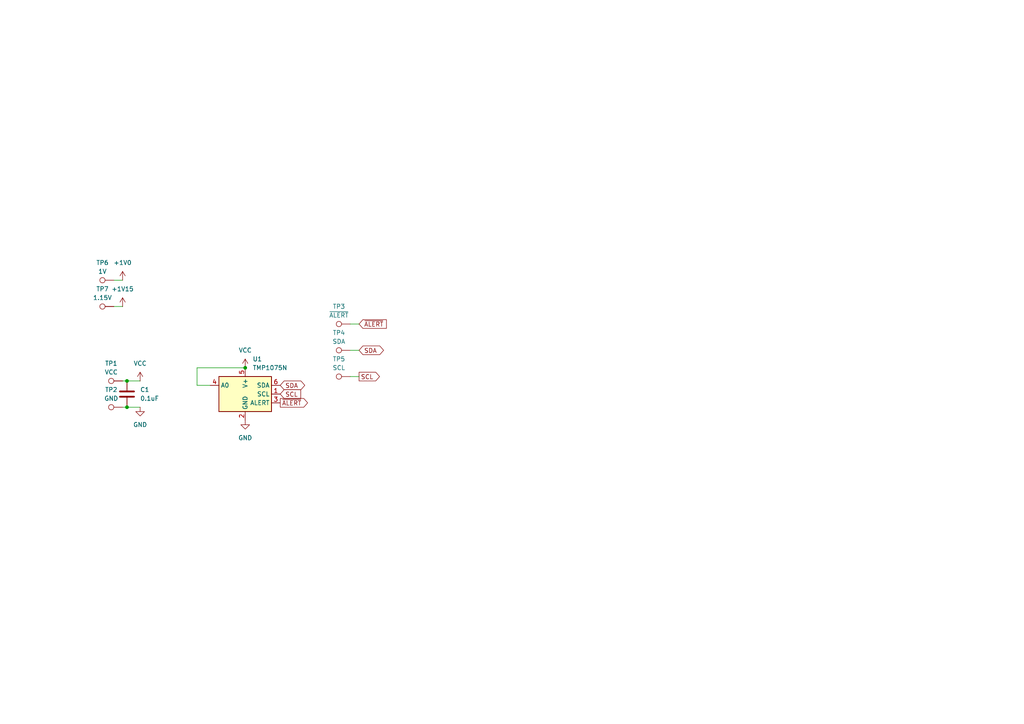
<source format=kicad_sch>
(kicad_sch (version 20250114) (generator "eeschema") (generator_version "9.0")
  (paper "A4")
  (lib_symbols
    (symbol "Connector:TestPoint" (pin_numbers (hide yes)) (pin_names (offset 0.762) (hide yes))
      (property "Reference" "TP" (at 0 6.858 0))
      (property "Value" "TestPoint" (at 0 5.08 0))
      (symbol "TestPoint_0_1"
        (circle (center 0 3.302) (radius 0.762))
      )
      (symbol "TestPoint_1_1"
        (pin passive line (at 0 0 90) (length 2.54) (name "1") (number "1"))
      )
    )
    (symbol "Device:C" (pin_numbers (hide yes)) (pin_names (offset 0.254))
      (property "Reference" "C" (at 0.635 2.54 0))
      (property "Value" "C" (at 0.635 -2.54 0))
      (symbol "C_0_1"
        (polyline (pts (xy -2.032 0.762) (xy 2.032 0.762)) (stroke (width 0.508)))
        (polyline (pts (xy -2.032 -0.762) (xy 2.032 -0.762)) (stroke (width 0.508)))
      )
      (symbol "C_1_1"
        (pin passive line (at 0 3.81 270) (length 2.794) (name "~") (number "1"))
        (pin passive line (at 0 -3.81 90) (length 2.794) (name "~") (number "2"))
      )
    )
    (symbol "Sensor_Temperature:TMP1075D"
      (property "Reference" "U1" (at 2.1433 10.16 0))
      (property "Value" "TMP1075N" (at 2.1433 7.62 0))
      (symbol "TMP1075D_0_1"
        (rectangle (start -7.62 5.08) (end 7.62 -5.08) (stroke (width 0.254)) (fill (type background)))
      )
      (symbol "TMP1075D_1_1"
        (pin input line (at -10.16 2.54 0) (length 2.54) (name "A0") (number "4"))
        (pin power_in line (at 0 7.62 270) (length 2.54) (name "V+") (number "5"))
        (pin power_in line (at 0 -7.62 90) (length 2.54) (name "GND") (number "2"))
        (pin bidirectional line (at 10.16 2.54 180) (length 2.54) (name "SDA") (number "6"))
        (pin input line (at 10.16 0 180) (length 2.54) (name "SCL") (number "1"))
        (pin open_collector line (at 10.16 -2.54 180) (length 2.54) (name "ALERT") (number "3"))
      )
    )
    (symbol "power:+1V0" (power) (pin_numbers (hide yes)) (pin_names (offset 0) (hide yes))
      (property "Value" "+1V0" (at 0 3.556 0))
      (symbol "+1V0_0_1"
        (polyline (pts (xy -0.762 1.27) (xy 0 2.54)))
        (polyline (pts (xy 0 2.54) (xy 0.762 1.27)))
        (polyline (pts (xy 0 0) (xy 0 2.54)))
      )
      (symbol "+1V0_1_1"
        (pin power_in line (at 0 0 90) (length 0) (name "~") (number "1"))
      )
    )
    (symbol "power:+1V1" (power) (pin_numbers (hide yes)) (pin_names (offset 0) (hide yes))
      (property "Value" "+1V1" (at 0 3.556 0))
      (symbol "+1V1_0_1"
        (polyline (pts (xy -0.762 1.27) (xy 0 2.54)))
        (polyline (pts (xy 0 2.54) (xy 0.762 1.27)))
        (polyline (pts (xy 0 0) (xy 0 2.54)))
      )
      (symbol "+1V1_1_1"
        (pin power_in line (at 0 0 90) (length 0) (name "~") (number "1"))
      )
    )
    (symbol "power:GND" (power) (pin_numbers (hide yes)) (pin_names (offset 0) (hide yes))
      (property "Value" "GND" (at 0 -3.81 0))
      (symbol "GND_0_1"
        (polyline (pts (xy 0 0) (xy 0 -1.27) (xy 1.27 -1.27) (xy 0 -2.54) (xy -1.27 -1.27) (xy 0 -1.27)))
      )
      (symbol "GND_1_1"
        (pin power_in line (at 0 0 270) (length 0) (name "~") (number "1"))
      )
    )
    (symbol "power:VCC" (power) (pin_numbers (hide yes)) (pin_names (offset 0) (hide yes))
      (property "Value" "VCC" (at 0 3.556 0))
      (symbol "VCC_0_1"
        (polyline (pts (xy -0.762 1.27) (xy 0 2.54)))
        (polyline (pts (xy 0 2.54) (xy 0.762 1.27)))
        (polyline (pts (xy 0 0) (xy 0 2.54)))
      )
      (symbol "VCC_1_1"
        (pin power_in line (at 0 0 90) (length 0) (name "~") (number "1"))
      )
    )
  )
  (junction (at 36.83 110.49))
  (junction (at 71.12 106.68))
  (junction (at 36.83 118.11))
  (wire (pts (xy 40.64 110.49) (xy 36.83 110.49)))
  (wire (pts (xy 36.83 110.49) (xy 35.56 110.49)))
  (wire (pts (xy 33.02 88.9) (xy 35.56 88.9)))
  (wire (pts (xy 101.6 109.22) (xy 104.14 109.22)))
  (wire (pts (xy 35.56 81.28) (xy 33.02 81.28)))
  (wire (pts (xy 101.6 93.98) (xy 104.14 93.98)))
  (wire (pts (xy 57.15 111.76) (xy 60.96 111.76)))
  (wire (pts (xy 57.15 111.76) (xy 57.15 106.68)))
  (wire (pts (xy 36.83 118.11) (xy 35.56 118.11)))
  (wire (pts (xy 57.15 106.68) (xy 71.12 106.68)))
  (wire (pts (xy 101.6 101.6) (xy 104.14 101.6)))
  (wire (pts (xy 40.64 118.11) (xy 36.83 118.11)))
  (global_label "~{ALERT}" (shape input) (at 104.14 93.98 0) (property "Intersheetrefs" "${INTERSHEET_REFS}" (effects (hide yes))))
  (global_label "SDA" (shape bidirectional) (at 81.28 111.76 0) (property "Intersheetrefs" "${INTERSHEET_REFS}" (effects (hide yes))))
  (global_label "SCL" (shape input) (at 81.28 114.3 0) (property "Intersheetrefs" "${INTERSHEET_REFS}" (effects (hide yes))))
  (global_label "~{ALERT}" (shape output) (at 81.28 116.84 0) (property "Intersheetrefs" "${INTERSHEET_REFS}" (effects (hide yes))))
  (global_label "SDA" (shape bidirectional) (at 104.14 101.6 0) (property "Intersheetrefs" "${INTERSHEET_REFS}" (effects (hide yes))))
  (global_label "SCL" (shape output) (at 104.14 109.22 0) (property "Intersheetrefs" "${INTERSHEET_REFS}" (effects (hide yes))))
  (symbol (lib_id "power:VCC") (at 71.12 106.68 0) (unit 1)
    (property "Reference" "#PWR02" (effects (hide yes)))
    (property "Value" "VCC" (at 71.12 101.6 0))
    (property "Description" "Power symbol creates a global label with name \"VCC\"" (effects (hide yes)))
  )
  (symbol (lib_id "Connector:TestPoint") (at 101.6 101.6 90) (unit 1)
    (property "Reference" "TP4" (at 98.298 96.52 90))
    (property "Value" "SDA" (at 98.298 99.06 90))
    (property "Footprint" "TempSensor:TestPoint_Pad_D1.0mm_Small" (effects (hide yes)))
    (property "Description" "test point" (effects (hide yes)))
  )
  (symbol (lib_id "Connector:TestPoint") (at 33.02 88.9 90) (unit 1)
    (property "Reference" "TP7" (at 29.718 83.82 90))
    (property "Value" "1.15V" (at 29.718 86.36 90))
    (property "Footprint" "TempSensor:TestPoint_Plated_Hole_D1.0mm" (effects (hide yes)))
    (property "Description" "test point" (effects (hide yes)))
  )
  (symbol (lib_id "Connector:TestPoint") (at 101.6 93.98 90) (unit 1)
    (property "Reference" "TP3" (at 98.298 88.9 90))
    (property "Value" "~{ALERT}" (at 98.298 91.44 90))
    (property "Footprint" "TempSensor:TestPoint_Pad_D1.0mm_Small" (effects (hide yes)))
    (property "Description" "test point" (effects (hide yes)))
  )
  (symbol (lib_id "Connector:TestPoint") (at 101.6 109.22 90) (unit 1)
    (property "Reference" "TP5" (at 98.298 104.14 90))
    (property "Value" "SCL" (at 98.298 106.68 90))
    (property "Footprint" "TempSensor:TestPoint_Pad_D1.0mm_Small" (effects (hide yes)))
    (property "Description" "test point" (effects (hide yes)))
  )
  (symbol (lib_id "power:+1V1") (at 35.56 88.9 0) (unit 1)
    (property "Reference" "#PWR06" (effects (hide yes)))
    (property "Value" "+1V15" (at 35.56 83.82 0))
    (property "Description" "Power symbol creates a global label with name \"+1V1\"" (effects (hide yes)))
  )
  (symbol (lib_id "Connector:TestPoint") (at 35.56 118.11 90) (unit 1)
    (property "Reference" "TP2" (at 32.258 113.03 90))
    (property "Value" "GND" (at 32.258 115.57 90))
    (property "Footprint" "TempSensor:TestPoint_Pad_D1.0mm_Small" (effects (hide yes)))
    (property "Description" "test point" (effects (hide yes)))
  )
  (symbol (lib_id "power:VCC") (at 40.64 110.49 0) (unit 1)
    (property "Reference" "#PWR03" (effects (hide yes)))
    (property "Value" "VCC" (at 40.64 105.41 0))
    (property "Description" "Power symbol creates a global label with name \"VCC\"" (effects (hide yes)))
  )
  (symbol (lib_id "Connector:TestPoint") (at 33.02 81.28 90) (unit 1)
    (property "Reference" "TP6" (at 29.718 76.2 90))
    (property "Value" "1V" (at 29.718 78.74 90))
    (property "Footprint" "TempSensor:TestPoint_Plated_Hole_D1.0mm" (effects (hide yes)))
    (property "Description" "test point" (effects (hide yes)))
  )
  (symbol (lib_id "Sensor_Temperature:TMP1075D") (at 71.12 114.3 0) (unit 1)
    (property "Reference" "U1" (at 73.2633 104.14 0) (effects (justify left)))
    (property "Value" "TMP1075N" (at 73.2633 106.68 0) (effects (justify left)))
    (property "Footprint" "Package_TO_SOT_SMD:SOT-563" (effects (hide yes)))
    (property "Datasheet" "https://www.ti.com/lit/gpn/tmp1075" (effects (hide yes)))
    (property "Description" "I2C-bus digital temperature sensor and thermal watchdog, SOT-563" (effects (hide yes)))
  )
  (symbol (lib_id "power:GND") (at 40.64 118.11 0) (unit 1)
    (property "Reference" "#PWR04" (effects (hide yes)))
    (property "Value" "GND" (at 40.64 123.19 0))
    (property "Description" "Power symbol creates a global label with name \"GND\" , ground" (effects (hide yes)))
  )
  (symbol (lib_id "power:+1V0") (at 35.56 81.28 0) (unit 1)
    (property "Reference" "#PWR05" (effects (hide yes)))
    (property "Value" "+1V0" (at 35.56 76.2 0))
    (property "Description" "Power symbol creates a global label with name \"+1V0\"" (effects (hide yes)))
  )
  (symbol (lib_id "Connector:TestPoint") (at 35.56 110.49 90) (unit 1)
    (property "Reference" "TP1" (at 32.258 105.41 90))
    (property "Value" "VCC" (at 32.258 107.95 90))
    (property "Footprint" "TempSensor:TestPoint_Pad_D1.0mm_Small" (effects (hide yes)))
    (property "Description" "test point" (effects (hide yes)))
  )
  (symbol (lib_id "power:GND") (at 71.12 121.92 0) (unit 1)
    (property "Reference" "#PWR01" (effects (hide yes)))
    (property "Value" "GND" (at 71.12 127 0))
    (property "Description" "Power symbol creates a global label with name \"GND\" , ground" (effects (hide yes)))
  )
  (symbol (lib_id "Device:C") (at 36.83 114.3 0) (unit 1)
    (property "Reference" "C1" (at 40.64 113.0299 0) (effects (justify left)))
    (property "Value" "0.1uF" (at 40.64 115.5699 0) (effects (justify left)))
    (property "Footprint" "Capacitor_SMD:C_0402_1005Metric" (effects (hide yes)))
    (property "Description" "Unpolarized capacitor" (effects (hide yes)))
  )
)
</source>
